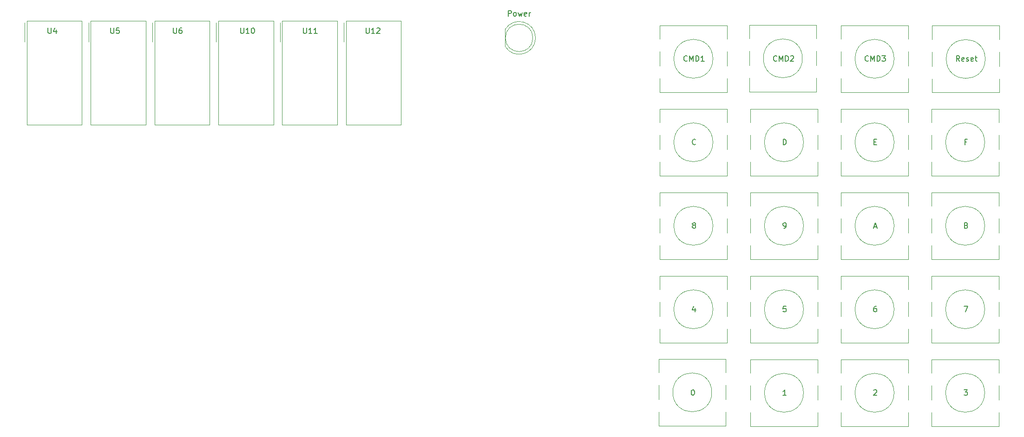
<source format=gto>
G04 #@! TF.GenerationSoftware,KiCad,Pcbnew,8.0.9-8.0.9-0~ubuntu22.04.1*
G04 #@! TF.CreationDate,2025-05-11T08:50:37+10:00*
G04 #@! TF.ProjectId,Generic_Front_Panel,47656e65-7269-4635-9f46-726f6e745f50,rev?*
G04 #@! TF.SameCoordinates,Original*
G04 #@! TF.FileFunction,Legend,Top*
G04 #@! TF.FilePolarity,Positive*
%FSLAX46Y46*%
G04 Gerber Fmt 4.6, Leading zero omitted, Abs format (unit mm)*
G04 Created by KiCad (PCBNEW 8.0.9-8.0.9-0~ubuntu22.04.1) date 2025-05-11 08:50:37*
%MOMM*%
%LPD*%
G01*
G04 APERTURE LIST*
%ADD10C,0.150000*%
%ADD11C,0.120000*%
G04 APERTURE END LIST*
D10*
X177824762Y-86243390D02*
X177729524Y-86195771D01*
X177729524Y-86195771D02*
X177681905Y-86148152D01*
X177681905Y-86148152D02*
X177634286Y-86052914D01*
X177634286Y-86052914D02*
X177634286Y-86005295D01*
X177634286Y-86005295D02*
X177681905Y-85910057D01*
X177681905Y-85910057D02*
X177729524Y-85862438D01*
X177729524Y-85862438D02*
X177824762Y-85814819D01*
X177824762Y-85814819D02*
X178015238Y-85814819D01*
X178015238Y-85814819D02*
X178110476Y-85862438D01*
X178110476Y-85862438D02*
X178158095Y-85910057D01*
X178158095Y-85910057D02*
X178205714Y-86005295D01*
X178205714Y-86005295D02*
X178205714Y-86052914D01*
X178205714Y-86052914D02*
X178158095Y-86148152D01*
X178158095Y-86148152D02*
X178110476Y-86195771D01*
X178110476Y-86195771D02*
X178015238Y-86243390D01*
X178015238Y-86243390D02*
X177824762Y-86243390D01*
X177824762Y-86243390D02*
X177729524Y-86291009D01*
X177729524Y-86291009D02*
X177681905Y-86338628D01*
X177681905Y-86338628D02*
X177634286Y-86433866D01*
X177634286Y-86433866D02*
X177634286Y-86624342D01*
X177634286Y-86624342D02*
X177681905Y-86719580D01*
X177681905Y-86719580D02*
X177729524Y-86767200D01*
X177729524Y-86767200D02*
X177824762Y-86814819D01*
X177824762Y-86814819D02*
X178015238Y-86814819D01*
X178015238Y-86814819D02*
X178110476Y-86767200D01*
X178110476Y-86767200D02*
X178158095Y-86719580D01*
X178158095Y-86719580D02*
X178205714Y-86624342D01*
X178205714Y-86624342D02*
X178205714Y-86433866D01*
X178205714Y-86433866D02*
X178158095Y-86338628D01*
X178158095Y-86338628D02*
X178110476Y-86291009D01*
X178110476Y-86291009D02*
X178015238Y-86243390D01*
X227521428Y-86291009D02*
X227664285Y-86338628D01*
X227664285Y-86338628D02*
X227711904Y-86386247D01*
X227711904Y-86386247D02*
X227759523Y-86481485D01*
X227759523Y-86481485D02*
X227759523Y-86624342D01*
X227759523Y-86624342D02*
X227711904Y-86719580D01*
X227711904Y-86719580D02*
X227664285Y-86767200D01*
X227664285Y-86767200D02*
X227569047Y-86814819D01*
X227569047Y-86814819D02*
X227188095Y-86814819D01*
X227188095Y-86814819D02*
X227188095Y-85814819D01*
X227188095Y-85814819D02*
X227521428Y-85814819D01*
X227521428Y-85814819D02*
X227616666Y-85862438D01*
X227616666Y-85862438D02*
X227664285Y-85910057D01*
X227664285Y-85910057D02*
X227711904Y-86005295D01*
X227711904Y-86005295D02*
X227711904Y-86100533D01*
X227711904Y-86100533D02*
X227664285Y-86195771D01*
X227664285Y-86195771D02*
X227616666Y-86243390D01*
X227616666Y-86243390D02*
X227521428Y-86291009D01*
X227521428Y-86291009D02*
X227188095Y-86291009D01*
X106711905Y-50254819D02*
X106711905Y-51064342D01*
X106711905Y-51064342D02*
X106759524Y-51159580D01*
X106759524Y-51159580D02*
X106807143Y-51207200D01*
X106807143Y-51207200D02*
X106902381Y-51254819D01*
X106902381Y-51254819D02*
X107092857Y-51254819D01*
X107092857Y-51254819D02*
X107188095Y-51207200D01*
X107188095Y-51207200D02*
X107235714Y-51159580D01*
X107235714Y-51159580D02*
X107283333Y-51064342D01*
X107283333Y-51064342D02*
X107283333Y-50254819D01*
X108283333Y-51254819D02*
X107711905Y-51254819D01*
X107997619Y-51254819D02*
X107997619Y-50254819D01*
X107997619Y-50254819D02*
X107902381Y-50397676D01*
X107902381Y-50397676D02*
X107807143Y-50492914D01*
X107807143Y-50492914D02*
X107711905Y-50540533D01*
X109235714Y-51254819D02*
X108664286Y-51254819D01*
X108950000Y-51254819D02*
X108950000Y-50254819D01*
X108950000Y-50254819D02*
X108854762Y-50397676D01*
X108854762Y-50397676D02*
X108759524Y-50492914D01*
X108759524Y-50492914D02*
X108664286Y-50540533D01*
X227116667Y-101054819D02*
X227783333Y-101054819D01*
X227783333Y-101054819D02*
X227354762Y-102054819D01*
X210725714Y-71051009D02*
X211059047Y-71051009D01*
X211201904Y-71574819D02*
X210725714Y-71574819D01*
X210725714Y-71574819D02*
X210725714Y-70574819D01*
X210725714Y-70574819D02*
X211201904Y-70574819D01*
X210701905Y-86529104D02*
X211178095Y-86529104D01*
X210606667Y-86814819D02*
X210940000Y-85814819D01*
X210940000Y-85814819D02*
X211273333Y-86814819D01*
X194668095Y-101054819D02*
X194191905Y-101054819D01*
X194191905Y-101054819D02*
X194144286Y-101531009D01*
X194144286Y-101531009D02*
X194191905Y-101483390D01*
X194191905Y-101483390D02*
X194287143Y-101435771D01*
X194287143Y-101435771D02*
X194525238Y-101435771D01*
X194525238Y-101435771D02*
X194620476Y-101483390D01*
X194620476Y-101483390D02*
X194668095Y-101531009D01*
X194668095Y-101531009D02*
X194715714Y-101626247D01*
X194715714Y-101626247D02*
X194715714Y-101864342D01*
X194715714Y-101864342D02*
X194668095Y-101959580D01*
X194668095Y-101959580D02*
X194620476Y-102007200D01*
X194620476Y-102007200D02*
X194525238Y-102054819D01*
X194525238Y-102054819D02*
X194287143Y-102054819D01*
X194287143Y-102054819D02*
X194191905Y-102007200D01*
X194191905Y-102007200D02*
X194144286Y-101959580D01*
X95281905Y-50254819D02*
X95281905Y-51064342D01*
X95281905Y-51064342D02*
X95329524Y-51159580D01*
X95329524Y-51159580D02*
X95377143Y-51207200D01*
X95377143Y-51207200D02*
X95472381Y-51254819D01*
X95472381Y-51254819D02*
X95662857Y-51254819D01*
X95662857Y-51254819D02*
X95758095Y-51207200D01*
X95758095Y-51207200D02*
X95805714Y-51159580D01*
X95805714Y-51159580D02*
X95853333Y-51064342D01*
X95853333Y-51064342D02*
X95853333Y-50254819D01*
X96853333Y-51254819D02*
X96281905Y-51254819D01*
X96567619Y-51254819D02*
X96567619Y-50254819D01*
X96567619Y-50254819D02*
X96472381Y-50397676D01*
X96472381Y-50397676D02*
X96377143Y-50492914D01*
X96377143Y-50492914D02*
X96281905Y-50540533D01*
X97472381Y-50254819D02*
X97567619Y-50254819D01*
X97567619Y-50254819D02*
X97662857Y-50302438D01*
X97662857Y-50302438D02*
X97710476Y-50350057D01*
X97710476Y-50350057D02*
X97758095Y-50445295D01*
X97758095Y-50445295D02*
X97805714Y-50635771D01*
X97805714Y-50635771D02*
X97805714Y-50873866D01*
X97805714Y-50873866D02*
X97758095Y-51064342D01*
X97758095Y-51064342D02*
X97710476Y-51159580D01*
X97710476Y-51159580D02*
X97662857Y-51207200D01*
X97662857Y-51207200D02*
X97567619Y-51254819D01*
X97567619Y-51254819D02*
X97472381Y-51254819D01*
X97472381Y-51254819D02*
X97377143Y-51207200D01*
X97377143Y-51207200D02*
X97329524Y-51159580D01*
X97329524Y-51159580D02*
X97281905Y-51064342D01*
X97281905Y-51064342D02*
X97234286Y-50873866D01*
X97234286Y-50873866D02*
X97234286Y-50635771D01*
X97234286Y-50635771D02*
X97281905Y-50445295D01*
X97281905Y-50445295D02*
X97329524Y-50350057D01*
X97329524Y-50350057D02*
X97377143Y-50302438D01*
X97377143Y-50302438D02*
X97472381Y-50254819D01*
X211130476Y-101054819D02*
X210940000Y-101054819D01*
X210940000Y-101054819D02*
X210844762Y-101102438D01*
X210844762Y-101102438D02*
X210797143Y-101150057D01*
X210797143Y-101150057D02*
X210701905Y-101292914D01*
X210701905Y-101292914D02*
X210654286Y-101483390D01*
X210654286Y-101483390D02*
X210654286Y-101864342D01*
X210654286Y-101864342D02*
X210701905Y-101959580D01*
X210701905Y-101959580D02*
X210749524Y-102007200D01*
X210749524Y-102007200D02*
X210844762Y-102054819D01*
X210844762Y-102054819D02*
X211035238Y-102054819D01*
X211035238Y-102054819D02*
X211130476Y-102007200D01*
X211130476Y-102007200D02*
X211178095Y-101959580D01*
X211178095Y-101959580D02*
X211225714Y-101864342D01*
X211225714Y-101864342D02*
X211225714Y-101626247D01*
X211225714Y-101626247D02*
X211178095Y-101531009D01*
X211178095Y-101531009D02*
X211130476Y-101483390D01*
X211130476Y-101483390D02*
X211035238Y-101435771D01*
X211035238Y-101435771D02*
X210844762Y-101435771D01*
X210844762Y-101435771D02*
X210749524Y-101483390D01*
X210749524Y-101483390D02*
X210701905Y-101531009D01*
X210701905Y-101531009D02*
X210654286Y-101626247D01*
X144068809Y-48079819D02*
X144068809Y-47079819D01*
X144068809Y-47079819D02*
X144449761Y-47079819D01*
X144449761Y-47079819D02*
X144544999Y-47127438D01*
X144544999Y-47127438D02*
X144592618Y-47175057D01*
X144592618Y-47175057D02*
X144640237Y-47270295D01*
X144640237Y-47270295D02*
X144640237Y-47413152D01*
X144640237Y-47413152D02*
X144592618Y-47508390D01*
X144592618Y-47508390D02*
X144544999Y-47556009D01*
X144544999Y-47556009D02*
X144449761Y-47603628D01*
X144449761Y-47603628D02*
X144068809Y-47603628D01*
X145211666Y-48079819D02*
X145116428Y-48032200D01*
X145116428Y-48032200D02*
X145068809Y-47984580D01*
X145068809Y-47984580D02*
X145021190Y-47889342D01*
X145021190Y-47889342D02*
X145021190Y-47603628D01*
X145021190Y-47603628D02*
X145068809Y-47508390D01*
X145068809Y-47508390D02*
X145116428Y-47460771D01*
X145116428Y-47460771D02*
X145211666Y-47413152D01*
X145211666Y-47413152D02*
X145354523Y-47413152D01*
X145354523Y-47413152D02*
X145449761Y-47460771D01*
X145449761Y-47460771D02*
X145497380Y-47508390D01*
X145497380Y-47508390D02*
X145544999Y-47603628D01*
X145544999Y-47603628D02*
X145544999Y-47889342D01*
X145544999Y-47889342D02*
X145497380Y-47984580D01*
X145497380Y-47984580D02*
X145449761Y-48032200D01*
X145449761Y-48032200D02*
X145354523Y-48079819D01*
X145354523Y-48079819D02*
X145211666Y-48079819D01*
X145878333Y-47413152D02*
X146068809Y-48079819D01*
X146068809Y-48079819D02*
X146259285Y-47603628D01*
X146259285Y-47603628D02*
X146449761Y-48079819D01*
X146449761Y-48079819D02*
X146640237Y-47413152D01*
X147402142Y-48032200D02*
X147306904Y-48079819D01*
X147306904Y-48079819D02*
X147116428Y-48079819D01*
X147116428Y-48079819D02*
X147021190Y-48032200D01*
X147021190Y-48032200D02*
X146973571Y-47936961D01*
X146973571Y-47936961D02*
X146973571Y-47556009D01*
X146973571Y-47556009D02*
X147021190Y-47460771D01*
X147021190Y-47460771D02*
X147116428Y-47413152D01*
X147116428Y-47413152D02*
X147306904Y-47413152D01*
X147306904Y-47413152D02*
X147402142Y-47460771D01*
X147402142Y-47460771D02*
X147449761Y-47556009D01*
X147449761Y-47556009D02*
X147449761Y-47651247D01*
X147449761Y-47651247D02*
X146973571Y-47746485D01*
X147878333Y-48079819D02*
X147878333Y-47413152D01*
X147878333Y-47603628D02*
X147925952Y-47508390D01*
X147925952Y-47508390D02*
X147973571Y-47460771D01*
X147973571Y-47460771D02*
X148068809Y-47413152D01*
X148068809Y-47413152D02*
X148164047Y-47413152D01*
X192991904Y-56239580D02*
X192944285Y-56287200D01*
X192944285Y-56287200D02*
X192801428Y-56334819D01*
X192801428Y-56334819D02*
X192706190Y-56334819D01*
X192706190Y-56334819D02*
X192563333Y-56287200D01*
X192563333Y-56287200D02*
X192468095Y-56191961D01*
X192468095Y-56191961D02*
X192420476Y-56096723D01*
X192420476Y-56096723D02*
X192372857Y-55906247D01*
X192372857Y-55906247D02*
X192372857Y-55763390D01*
X192372857Y-55763390D02*
X192420476Y-55572914D01*
X192420476Y-55572914D02*
X192468095Y-55477676D01*
X192468095Y-55477676D02*
X192563333Y-55382438D01*
X192563333Y-55382438D02*
X192706190Y-55334819D01*
X192706190Y-55334819D02*
X192801428Y-55334819D01*
X192801428Y-55334819D02*
X192944285Y-55382438D01*
X192944285Y-55382438D02*
X192991904Y-55430057D01*
X193420476Y-56334819D02*
X193420476Y-55334819D01*
X193420476Y-55334819D02*
X193753809Y-56049104D01*
X193753809Y-56049104D02*
X194087142Y-55334819D01*
X194087142Y-55334819D02*
X194087142Y-56334819D01*
X194563333Y-56334819D02*
X194563333Y-55334819D01*
X194563333Y-55334819D02*
X194801428Y-55334819D01*
X194801428Y-55334819D02*
X194944285Y-55382438D01*
X194944285Y-55382438D02*
X195039523Y-55477676D01*
X195039523Y-55477676D02*
X195087142Y-55572914D01*
X195087142Y-55572914D02*
X195134761Y-55763390D01*
X195134761Y-55763390D02*
X195134761Y-55906247D01*
X195134761Y-55906247D02*
X195087142Y-56096723D01*
X195087142Y-56096723D02*
X195039523Y-56191961D01*
X195039523Y-56191961D02*
X194944285Y-56287200D01*
X194944285Y-56287200D02*
X194801428Y-56334819D01*
X194801428Y-56334819D02*
X194563333Y-56334819D01*
X195515714Y-55430057D02*
X195563333Y-55382438D01*
X195563333Y-55382438D02*
X195658571Y-55334819D01*
X195658571Y-55334819D02*
X195896666Y-55334819D01*
X195896666Y-55334819D02*
X195991904Y-55382438D01*
X195991904Y-55382438D02*
X196039523Y-55430057D01*
X196039523Y-55430057D02*
X196087142Y-55525295D01*
X196087142Y-55525295D02*
X196087142Y-55620533D01*
X196087142Y-55620533D02*
X196039523Y-55763390D01*
X196039523Y-55763390D02*
X195468095Y-56334819D01*
X195468095Y-56334819D02*
X196087142Y-56334819D01*
X227116667Y-116294819D02*
X227735714Y-116294819D01*
X227735714Y-116294819D02*
X227402381Y-116675771D01*
X227402381Y-116675771D02*
X227545238Y-116675771D01*
X227545238Y-116675771D02*
X227640476Y-116723390D01*
X227640476Y-116723390D02*
X227688095Y-116771009D01*
X227688095Y-116771009D02*
X227735714Y-116866247D01*
X227735714Y-116866247D02*
X227735714Y-117104342D01*
X227735714Y-117104342D02*
X227688095Y-117199580D01*
X227688095Y-117199580D02*
X227640476Y-117247200D01*
X227640476Y-117247200D02*
X227545238Y-117294819D01*
X227545238Y-117294819D02*
X227259524Y-117294819D01*
X227259524Y-117294819D02*
X227164286Y-117247200D01*
X227164286Y-117247200D02*
X227116667Y-117199580D01*
X177652381Y-116294819D02*
X177747619Y-116294819D01*
X177747619Y-116294819D02*
X177842857Y-116342438D01*
X177842857Y-116342438D02*
X177890476Y-116390057D01*
X177890476Y-116390057D02*
X177938095Y-116485295D01*
X177938095Y-116485295D02*
X177985714Y-116675771D01*
X177985714Y-116675771D02*
X177985714Y-116913866D01*
X177985714Y-116913866D02*
X177938095Y-117104342D01*
X177938095Y-117104342D02*
X177890476Y-117199580D01*
X177890476Y-117199580D02*
X177842857Y-117247200D01*
X177842857Y-117247200D02*
X177747619Y-117294819D01*
X177747619Y-117294819D02*
X177652381Y-117294819D01*
X177652381Y-117294819D02*
X177557143Y-117247200D01*
X177557143Y-117247200D02*
X177509524Y-117199580D01*
X177509524Y-117199580D02*
X177461905Y-117104342D01*
X177461905Y-117104342D02*
X177414286Y-116913866D01*
X177414286Y-116913866D02*
X177414286Y-116675771D01*
X177414286Y-116675771D02*
X177461905Y-116485295D01*
X177461905Y-116485295D02*
X177509524Y-116390057D01*
X177509524Y-116390057D02*
X177557143Y-116342438D01*
X177557143Y-116342438D02*
X177652381Y-116294819D01*
X226311904Y-56334819D02*
X225978571Y-55858628D01*
X225740476Y-56334819D02*
X225740476Y-55334819D01*
X225740476Y-55334819D02*
X226121428Y-55334819D01*
X226121428Y-55334819D02*
X226216666Y-55382438D01*
X226216666Y-55382438D02*
X226264285Y-55430057D01*
X226264285Y-55430057D02*
X226311904Y-55525295D01*
X226311904Y-55525295D02*
X226311904Y-55668152D01*
X226311904Y-55668152D02*
X226264285Y-55763390D01*
X226264285Y-55763390D02*
X226216666Y-55811009D01*
X226216666Y-55811009D02*
X226121428Y-55858628D01*
X226121428Y-55858628D02*
X225740476Y-55858628D01*
X227121428Y-56287200D02*
X227026190Y-56334819D01*
X227026190Y-56334819D02*
X226835714Y-56334819D01*
X226835714Y-56334819D02*
X226740476Y-56287200D01*
X226740476Y-56287200D02*
X226692857Y-56191961D01*
X226692857Y-56191961D02*
X226692857Y-55811009D01*
X226692857Y-55811009D02*
X226740476Y-55715771D01*
X226740476Y-55715771D02*
X226835714Y-55668152D01*
X226835714Y-55668152D02*
X227026190Y-55668152D01*
X227026190Y-55668152D02*
X227121428Y-55715771D01*
X227121428Y-55715771D02*
X227169047Y-55811009D01*
X227169047Y-55811009D02*
X227169047Y-55906247D01*
X227169047Y-55906247D02*
X226692857Y-56001485D01*
X227550000Y-56287200D02*
X227645238Y-56334819D01*
X227645238Y-56334819D02*
X227835714Y-56334819D01*
X227835714Y-56334819D02*
X227930952Y-56287200D01*
X227930952Y-56287200D02*
X227978571Y-56191961D01*
X227978571Y-56191961D02*
X227978571Y-56144342D01*
X227978571Y-56144342D02*
X227930952Y-56049104D01*
X227930952Y-56049104D02*
X227835714Y-56001485D01*
X227835714Y-56001485D02*
X227692857Y-56001485D01*
X227692857Y-56001485D02*
X227597619Y-55953866D01*
X227597619Y-55953866D02*
X227550000Y-55858628D01*
X227550000Y-55858628D02*
X227550000Y-55811009D01*
X227550000Y-55811009D02*
X227597619Y-55715771D01*
X227597619Y-55715771D02*
X227692857Y-55668152D01*
X227692857Y-55668152D02*
X227835714Y-55668152D01*
X227835714Y-55668152D02*
X227930952Y-55715771D01*
X228788095Y-56287200D02*
X228692857Y-56334819D01*
X228692857Y-56334819D02*
X228502381Y-56334819D01*
X228502381Y-56334819D02*
X228407143Y-56287200D01*
X228407143Y-56287200D02*
X228359524Y-56191961D01*
X228359524Y-56191961D02*
X228359524Y-55811009D01*
X228359524Y-55811009D02*
X228407143Y-55715771D01*
X228407143Y-55715771D02*
X228502381Y-55668152D01*
X228502381Y-55668152D02*
X228692857Y-55668152D01*
X228692857Y-55668152D02*
X228788095Y-55715771D01*
X228788095Y-55715771D02*
X228835714Y-55811009D01*
X228835714Y-55811009D02*
X228835714Y-55906247D01*
X228835714Y-55906247D02*
X228359524Y-56001485D01*
X229121429Y-55668152D02*
X229502381Y-55668152D01*
X229264286Y-55334819D02*
X229264286Y-56191961D01*
X229264286Y-56191961D02*
X229311905Y-56287200D01*
X229311905Y-56287200D02*
X229407143Y-56334819D01*
X229407143Y-56334819D02*
X229502381Y-56334819D01*
X71628095Y-50254819D02*
X71628095Y-51064342D01*
X71628095Y-51064342D02*
X71675714Y-51159580D01*
X71675714Y-51159580D02*
X71723333Y-51207200D01*
X71723333Y-51207200D02*
X71818571Y-51254819D01*
X71818571Y-51254819D02*
X72009047Y-51254819D01*
X72009047Y-51254819D02*
X72104285Y-51207200D01*
X72104285Y-51207200D02*
X72151904Y-51159580D01*
X72151904Y-51159580D02*
X72199523Y-51064342D01*
X72199523Y-51064342D02*
X72199523Y-50254819D01*
X73151904Y-50254819D02*
X72675714Y-50254819D01*
X72675714Y-50254819D02*
X72628095Y-50731009D01*
X72628095Y-50731009D02*
X72675714Y-50683390D01*
X72675714Y-50683390D02*
X72770952Y-50635771D01*
X72770952Y-50635771D02*
X73009047Y-50635771D01*
X73009047Y-50635771D02*
X73104285Y-50683390D01*
X73104285Y-50683390D02*
X73151904Y-50731009D01*
X73151904Y-50731009D02*
X73199523Y-50826247D01*
X73199523Y-50826247D02*
X73199523Y-51064342D01*
X73199523Y-51064342D02*
X73151904Y-51159580D01*
X73151904Y-51159580D02*
X73104285Y-51207200D01*
X73104285Y-51207200D02*
X73009047Y-51254819D01*
X73009047Y-51254819D02*
X72770952Y-51254819D01*
X72770952Y-51254819D02*
X72675714Y-51207200D01*
X72675714Y-51207200D02*
X72628095Y-51159580D01*
X194715714Y-117294819D02*
X194144286Y-117294819D01*
X194430000Y-117294819D02*
X194430000Y-116294819D01*
X194430000Y-116294819D02*
X194334762Y-116437676D01*
X194334762Y-116437676D02*
X194239524Y-116532914D01*
X194239524Y-116532914D02*
X194144286Y-116580533D01*
X176681904Y-56239580D02*
X176634285Y-56287200D01*
X176634285Y-56287200D02*
X176491428Y-56334819D01*
X176491428Y-56334819D02*
X176396190Y-56334819D01*
X176396190Y-56334819D02*
X176253333Y-56287200D01*
X176253333Y-56287200D02*
X176158095Y-56191961D01*
X176158095Y-56191961D02*
X176110476Y-56096723D01*
X176110476Y-56096723D02*
X176062857Y-55906247D01*
X176062857Y-55906247D02*
X176062857Y-55763390D01*
X176062857Y-55763390D02*
X176110476Y-55572914D01*
X176110476Y-55572914D02*
X176158095Y-55477676D01*
X176158095Y-55477676D02*
X176253333Y-55382438D01*
X176253333Y-55382438D02*
X176396190Y-55334819D01*
X176396190Y-55334819D02*
X176491428Y-55334819D01*
X176491428Y-55334819D02*
X176634285Y-55382438D01*
X176634285Y-55382438D02*
X176681904Y-55430057D01*
X177110476Y-56334819D02*
X177110476Y-55334819D01*
X177110476Y-55334819D02*
X177443809Y-56049104D01*
X177443809Y-56049104D02*
X177777142Y-55334819D01*
X177777142Y-55334819D02*
X177777142Y-56334819D01*
X178253333Y-56334819D02*
X178253333Y-55334819D01*
X178253333Y-55334819D02*
X178491428Y-55334819D01*
X178491428Y-55334819D02*
X178634285Y-55382438D01*
X178634285Y-55382438D02*
X178729523Y-55477676D01*
X178729523Y-55477676D02*
X178777142Y-55572914D01*
X178777142Y-55572914D02*
X178824761Y-55763390D01*
X178824761Y-55763390D02*
X178824761Y-55906247D01*
X178824761Y-55906247D02*
X178777142Y-56096723D01*
X178777142Y-56096723D02*
X178729523Y-56191961D01*
X178729523Y-56191961D02*
X178634285Y-56287200D01*
X178634285Y-56287200D02*
X178491428Y-56334819D01*
X178491428Y-56334819D02*
X178253333Y-56334819D01*
X179777142Y-56334819D02*
X179205714Y-56334819D01*
X179491428Y-56334819D02*
X179491428Y-55334819D01*
X179491428Y-55334819D02*
X179396190Y-55477676D01*
X179396190Y-55477676D02*
X179300952Y-55572914D01*
X179300952Y-55572914D02*
X179205714Y-55620533D01*
X194168095Y-71574819D02*
X194168095Y-70574819D01*
X194168095Y-70574819D02*
X194406190Y-70574819D01*
X194406190Y-70574819D02*
X194549047Y-70622438D01*
X194549047Y-70622438D02*
X194644285Y-70717676D01*
X194644285Y-70717676D02*
X194691904Y-70812914D01*
X194691904Y-70812914D02*
X194739523Y-71003390D01*
X194739523Y-71003390D02*
X194739523Y-71146247D01*
X194739523Y-71146247D02*
X194691904Y-71336723D01*
X194691904Y-71336723D02*
X194644285Y-71431961D01*
X194644285Y-71431961D02*
X194549047Y-71527200D01*
X194549047Y-71527200D02*
X194406190Y-71574819D01*
X194406190Y-71574819D02*
X194168095Y-71574819D01*
X194239524Y-86814819D02*
X194430000Y-86814819D01*
X194430000Y-86814819D02*
X194525238Y-86767200D01*
X194525238Y-86767200D02*
X194572857Y-86719580D01*
X194572857Y-86719580D02*
X194668095Y-86576723D01*
X194668095Y-86576723D02*
X194715714Y-86386247D01*
X194715714Y-86386247D02*
X194715714Y-86005295D01*
X194715714Y-86005295D02*
X194668095Y-85910057D01*
X194668095Y-85910057D02*
X194620476Y-85862438D01*
X194620476Y-85862438D02*
X194525238Y-85814819D01*
X194525238Y-85814819D02*
X194334762Y-85814819D01*
X194334762Y-85814819D02*
X194239524Y-85862438D01*
X194239524Y-85862438D02*
X194191905Y-85910057D01*
X194191905Y-85910057D02*
X194144286Y-86005295D01*
X194144286Y-86005295D02*
X194144286Y-86243390D01*
X194144286Y-86243390D02*
X194191905Y-86338628D01*
X194191905Y-86338628D02*
X194239524Y-86386247D01*
X194239524Y-86386247D02*
X194334762Y-86433866D01*
X194334762Y-86433866D02*
X194525238Y-86433866D01*
X194525238Y-86433866D02*
X194620476Y-86386247D01*
X194620476Y-86386247D02*
X194668095Y-86338628D01*
X194668095Y-86338628D02*
X194715714Y-86243390D01*
X118141905Y-50254819D02*
X118141905Y-51064342D01*
X118141905Y-51064342D02*
X118189524Y-51159580D01*
X118189524Y-51159580D02*
X118237143Y-51207200D01*
X118237143Y-51207200D02*
X118332381Y-51254819D01*
X118332381Y-51254819D02*
X118522857Y-51254819D01*
X118522857Y-51254819D02*
X118618095Y-51207200D01*
X118618095Y-51207200D02*
X118665714Y-51159580D01*
X118665714Y-51159580D02*
X118713333Y-51064342D01*
X118713333Y-51064342D02*
X118713333Y-50254819D01*
X119713333Y-51254819D02*
X119141905Y-51254819D01*
X119427619Y-51254819D02*
X119427619Y-50254819D01*
X119427619Y-50254819D02*
X119332381Y-50397676D01*
X119332381Y-50397676D02*
X119237143Y-50492914D01*
X119237143Y-50492914D02*
X119141905Y-50540533D01*
X120094286Y-50350057D02*
X120141905Y-50302438D01*
X120141905Y-50302438D02*
X120237143Y-50254819D01*
X120237143Y-50254819D02*
X120475238Y-50254819D01*
X120475238Y-50254819D02*
X120570476Y-50302438D01*
X120570476Y-50302438D02*
X120618095Y-50350057D01*
X120618095Y-50350057D02*
X120665714Y-50445295D01*
X120665714Y-50445295D02*
X120665714Y-50540533D01*
X120665714Y-50540533D02*
X120618095Y-50683390D01*
X120618095Y-50683390D02*
X120046667Y-51254819D01*
X120046667Y-51254819D02*
X120665714Y-51254819D01*
X178229523Y-71479580D02*
X178181904Y-71527200D01*
X178181904Y-71527200D02*
X178039047Y-71574819D01*
X178039047Y-71574819D02*
X177943809Y-71574819D01*
X177943809Y-71574819D02*
X177800952Y-71527200D01*
X177800952Y-71527200D02*
X177705714Y-71431961D01*
X177705714Y-71431961D02*
X177658095Y-71336723D01*
X177658095Y-71336723D02*
X177610476Y-71146247D01*
X177610476Y-71146247D02*
X177610476Y-71003390D01*
X177610476Y-71003390D02*
X177658095Y-70812914D01*
X177658095Y-70812914D02*
X177705714Y-70717676D01*
X177705714Y-70717676D02*
X177800952Y-70622438D01*
X177800952Y-70622438D02*
X177943809Y-70574819D01*
X177943809Y-70574819D02*
X178039047Y-70574819D01*
X178039047Y-70574819D02*
X178181904Y-70622438D01*
X178181904Y-70622438D02*
X178229523Y-70670057D01*
X209701904Y-56239580D02*
X209654285Y-56287200D01*
X209654285Y-56287200D02*
X209511428Y-56334819D01*
X209511428Y-56334819D02*
X209416190Y-56334819D01*
X209416190Y-56334819D02*
X209273333Y-56287200D01*
X209273333Y-56287200D02*
X209178095Y-56191961D01*
X209178095Y-56191961D02*
X209130476Y-56096723D01*
X209130476Y-56096723D02*
X209082857Y-55906247D01*
X209082857Y-55906247D02*
X209082857Y-55763390D01*
X209082857Y-55763390D02*
X209130476Y-55572914D01*
X209130476Y-55572914D02*
X209178095Y-55477676D01*
X209178095Y-55477676D02*
X209273333Y-55382438D01*
X209273333Y-55382438D02*
X209416190Y-55334819D01*
X209416190Y-55334819D02*
X209511428Y-55334819D01*
X209511428Y-55334819D02*
X209654285Y-55382438D01*
X209654285Y-55382438D02*
X209701904Y-55430057D01*
X210130476Y-56334819D02*
X210130476Y-55334819D01*
X210130476Y-55334819D02*
X210463809Y-56049104D01*
X210463809Y-56049104D02*
X210797142Y-55334819D01*
X210797142Y-55334819D02*
X210797142Y-56334819D01*
X211273333Y-56334819D02*
X211273333Y-55334819D01*
X211273333Y-55334819D02*
X211511428Y-55334819D01*
X211511428Y-55334819D02*
X211654285Y-55382438D01*
X211654285Y-55382438D02*
X211749523Y-55477676D01*
X211749523Y-55477676D02*
X211797142Y-55572914D01*
X211797142Y-55572914D02*
X211844761Y-55763390D01*
X211844761Y-55763390D02*
X211844761Y-55906247D01*
X211844761Y-55906247D02*
X211797142Y-56096723D01*
X211797142Y-56096723D02*
X211749523Y-56191961D01*
X211749523Y-56191961D02*
X211654285Y-56287200D01*
X211654285Y-56287200D02*
X211511428Y-56334819D01*
X211511428Y-56334819D02*
X211273333Y-56334819D01*
X212178095Y-55334819D02*
X212797142Y-55334819D01*
X212797142Y-55334819D02*
X212463809Y-55715771D01*
X212463809Y-55715771D02*
X212606666Y-55715771D01*
X212606666Y-55715771D02*
X212701904Y-55763390D01*
X212701904Y-55763390D02*
X212749523Y-55811009D01*
X212749523Y-55811009D02*
X212797142Y-55906247D01*
X212797142Y-55906247D02*
X212797142Y-56144342D01*
X212797142Y-56144342D02*
X212749523Y-56239580D01*
X212749523Y-56239580D02*
X212701904Y-56287200D01*
X212701904Y-56287200D02*
X212606666Y-56334819D01*
X212606666Y-56334819D02*
X212320952Y-56334819D01*
X212320952Y-56334819D02*
X212225714Y-56287200D01*
X212225714Y-56287200D02*
X212178095Y-56239580D01*
X60198095Y-50254819D02*
X60198095Y-51064342D01*
X60198095Y-51064342D02*
X60245714Y-51159580D01*
X60245714Y-51159580D02*
X60293333Y-51207200D01*
X60293333Y-51207200D02*
X60388571Y-51254819D01*
X60388571Y-51254819D02*
X60579047Y-51254819D01*
X60579047Y-51254819D02*
X60674285Y-51207200D01*
X60674285Y-51207200D02*
X60721904Y-51159580D01*
X60721904Y-51159580D02*
X60769523Y-51064342D01*
X60769523Y-51064342D02*
X60769523Y-50254819D01*
X61674285Y-50588152D02*
X61674285Y-51254819D01*
X61436190Y-50207200D02*
X61198095Y-50921485D01*
X61198095Y-50921485D02*
X61817142Y-50921485D01*
X178110476Y-101388152D02*
X178110476Y-102054819D01*
X177872381Y-101007200D02*
X177634286Y-101721485D01*
X177634286Y-101721485D02*
X178253333Y-101721485D01*
X227592857Y-71051009D02*
X227259524Y-71051009D01*
X227259524Y-71574819D02*
X227259524Y-70574819D01*
X227259524Y-70574819D02*
X227735714Y-70574819D01*
X83058095Y-50254819D02*
X83058095Y-51064342D01*
X83058095Y-51064342D02*
X83105714Y-51159580D01*
X83105714Y-51159580D02*
X83153333Y-51207200D01*
X83153333Y-51207200D02*
X83248571Y-51254819D01*
X83248571Y-51254819D02*
X83439047Y-51254819D01*
X83439047Y-51254819D02*
X83534285Y-51207200D01*
X83534285Y-51207200D02*
X83581904Y-51159580D01*
X83581904Y-51159580D02*
X83629523Y-51064342D01*
X83629523Y-51064342D02*
X83629523Y-50254819D01*
X84534285Y-50254819D02*
X84343809Y-50254819D01*
X84343809Y-50254819D02*
X84248571Y-50302438D01*
X84248571Y-50302438D02*
X84200952Y-50350057D01*
X84200952Y-50350057D02*
X84105714Y-50492914D01*
X84105714Y-50492914D02*
X84058095Y-50683390D01*
X84058095Y-50683390D02*
X84058095Y-51064342D01*
X84058095Y-51064342D02*
X84105714Y-51159580D01*
X84105714Y-51159580D02*
X84153333Y-51207200D01*
X84153333Y-51207200D02*
X84248571Y-51254819D01*
X84248571Y-51254819D02*
X84439047Y-51254819D01*
X84439047Y-51254819D02*
X84534285Y-51207200D01*
X84534285Y-51207200D02*
X84581904Y-51159580D01*
X84581904Y-51159580D02*
X84629523Y-51064342D01*
X84629523Y-51064342D02*
X84629523Y-50826247D01*
X84629523Y-50826247D02*
X84581904Y-50731009D01*
X84581904Y-50731009D02*
X84534285Y-50683390D01*
X84534285Y-50683390D02*
X84439047Y-50635771D01*
X84439047Y-50635771D02*
X84248571Y-50635771D01*
X84248571Y-50635771D02*
X84153333Y-50683390D01*
X84153333Y-50683390D02*
X84105714Y-50731009D01*
X84105714Y-50731009D02*
X84058095Y-50826247D01*
X210654286Y-116390057D02*
X210701905Y-116342438D01*
X210701905Y-116342438D02*
X210797143Y-116294819D01*
X210797143Y-116294819D02*
X211035238Y-116294819D01*
X211035238Y-116294819D02*
X211130476Y-116342438D01*
X211130476Y-116342438D02*
X211178095Y-116390057D01*
X211178095Y-116390057D02*
X211225714Y-116485295D01*
X211225714Y-116485295D02*
X211225714Y-116580533D01*
X211225714Y-116580533D02*
X211178095Y-116723390D01*
X211178095Y-116723390D02*
X210606667Y-117294819D01*
X210606667Y-117294819D02*
X211225714Y-117294819D01*
D11*
G04 #@! TO.C,SW4*
X171690000Y-80250000D02*
X171690000Y-82760000D01*
X171690000Y-80250000D02*
X183910000Y-80250000D01*
X171690000Y-85060000D02*
X171690000Y-87660000D01*
X171690000Y-89960000D02*
X171690000Y-92470000D01*
X183910000Y-80250000D02*
X183910000Y-82760000D01*
X183910000Y-85060000D02*
X183910000Y-87660000D01*
X183910000Y-89960000D02*
X183910000Y-92470000D01*
X183910000Y-92470000D02*
X171690000Y-92470000D01*
X181350000Y-86360000D02*
G75*
G02*
X174250000Y-86360000I-3550000J0D01*
G01*
X174250000Y-86360000D02*
G75*
G02*
X181350000Y-86360000I3550000J0D01*
G01*
G04 #@! TO.C,SW19*
X221220000Y-80250000D02*
X221220000Y-82760000D01*
X221220000Y-80250000D02*
X233440000Y-80250000D01*
X221220000Y-85060000D02*
X221220000Y-87660000D01*
X221220000Y-89960000D02*
X221220000Y-92470000D01*
X233440000Y-80250000D02*
X233440000Y-82760000D01*
X233440000Y-85060000D02*
X233440000Y-87660000D01*
X233440000Y-89960000D02*
X233440000Y-92470000D01*
X233440000Y-92470000D02*
X221220000Y-92470000D01*
X230880000Y-86360000D02*
G75*
G02*
X223780000Y-86360000I-3550000J0D01*
G01*
X223780000Y-86360000D02*
G75*
G02*
X230880000Y-86360000I3550000J0D01*
G01*
G04 #@! TO.C,U11*
X102487500Y-49300000D02*
X102487500Y-52800000D01*
X102867500Y-48925000D02*
X112907500Y-48925000D01*
X102867500Y-67915000D02*
X102867500Y-48925000D01*
X112907500Y-48925000D02*
X112907500Y-67915000D01*
X112907500Y-67915000D02*
X102867500Y-67915000D01*
G04 #@! TO.C,SW18*
X221220000Y-95490000D02*
X221220000Y-98000000D01*
X221220000Y-95490000D02*
X233440000Y-95490000D01*
X221220000Y-100300000D02*
X221220000Y-102900000D01*
X221220000Y-105200000D02*
X221220000Y-107710000D01*
X233440000Y-95490000D02*
X233440000Y-98000000D01*
X233440000Y-100300000D02*
X233440000Y-102900000D01*
X233440000Y-105200000D02*
X233440000Y-107710000D01*
X233440000Y-107710000D02*
X221220000Y-107710000D01*
X230880000Y-101600000D02*
G75*
G02*
X223780000Y-101600000I-3550000J0D01*
G01*
X223780000Y-101600000D02*
G75*
G02*
X230880000Y-101600000I3550000J0D01*
G01*
G04 #@! TO.C,SW15*
X204710000Y-65010000D02*
X204710000Y-67520000D01*
X204710000Y-65010000D02*
X216930000Y-65010000D01*
X204710000Y-69820000D02*
X204710000Y-72420000D01*
X204710000Y-74720000D02*
X204710000Y-77230000D01*
X216930000Y-65010000D02*
X216930000Y-67520000D01*
X216930000Y-69820000D02*
X216930000Y-72420000D01*
X216930000Y-74720000D02*
X216930000Y-77230000D01*
X216930000Y-77230000D02*
X204710000Y-77230000D01*
X214370000Y-71120000D02*
G75*
G02*
X207270000Y-71120000I-3550000J0D01*
G01*
X207270000Y-71120000D02*
G75*
G02*
X214370000Y-71120000I3550000J0D01*
G01*
G04 #@! TO.C,SW14*
X204710000Y-80250000D02*
X204710000Y-82760000D01*
X204710000Y-80250000D02*
X216930000Y-80250000D01*
X204710000Y-85060000D02*
X204710000Y-87660000D01*
X204710000Y-89960000D02*
X204710000Y-92470000D01*
X216930000Y-80250000D02*
X216930000Y-82760000D01*
X216930000Y-85060000D02*
X216930000Y-87660000D01*
X216930000Y-89960000D02*
X216930000Y-92470000D01*
X216930000Y-92470000D02*
X204710000Y-92470000D01*
X214370000Y-86360000D02*
G75*
G02*
X207270000Y-86360000I-3550000J0D01*
G01*
X207270000Y-86360000D02*
G75*
G02*
X214370000Y-86360000I3550000J0D01*
G01*
G04 #@! TO.C,SW8*
X188200000Y-95490000D02*
X188200000Y-98000000D01*
X188200000Y-95490000D02*
X200420000Y-95490000D01*
X188200000Y-100300000D02*
X188200000Y-102900000D01*
X188200000Y-105200000D02*
X188200000Y-107710000D01*
X200420000Y-95490000D02*
X200420000Y-98000000D01*
X200420000Y-100300000D02*
X200420000Y-102900000D01*
X200420000Y-105200000D02*
X200420000Y-107710000D01*
X200420000Y-107710000D02*
X188200000Y-107710000D01*
X197860000Y-101600000D02*
G75*
G02*
X190760000Y-101600000I-3550000J0D01*
G01*
X190760000Y-101600000D02*
G75*
G02*
X197860000Y-101600000I3550000J0D01*
G01*
G04 #@! TO.C,U10*
X90852500Y-49300000D02*
X90852500Y-52800000D01*
X91232500Y-48925000D02*
X101272500Y-48925000D01*
X91232500Y-67915000D02*
X91232500Y-48925000D01*
X101272500Y-48925000D02*
X101272500Y-67915000D01*
X101272500Y-67915000D02*
X91232500Y-67915000D01*
G04 #@! TO.C,SW13*
X204710000Y-95490000D02*
X204710000Y-98000000D01*
X204710000Y-95490000D02*
X216930000Y-95490000D01*
X204710000Y-100300000D02*
X204710000Y-102900000D01*
X204710000Y-105200000D02*
X204710000Y-107710000D01*
X216930000Y-95490000D02*
X216930000Y-98000000D01*
X216930000Y-100300000D02*
X216930000Y-102900000D01*
X216930000Y-105200000D02*
X216930000Y-107710000D01*
X216930000Y-107710000D02*
X204710000Y-107710000D01*
X214370000Y-101600000D02*
G75*
G02*
X207270000Y-101600000I-3550000J0D01*
G01*
X207270000Y-101600000D02*
G75*
G02*
X214370000Y-101600000I3550000J0D01*
G01*
G04 #@! TO.C,D1*
X143485000Y-50525000D02*
X143485000Y-53615000D01*
X143485000Y-50525170D02*
G75*
G02*
X149035000Y-52069952I2560000J-1544830D01*
G01*
X149035000Y-52070048D02*
G75*
G02*
X143485000Y-53614830I-2990000J48D01*
G01*
X148545000Y-52070000D02*
G75*
G02*
X143545000Y-52070000I-2500000J0D01*
G01*
X143545000Y-52070000D02*
G75*
G02*
X148545000Y-52070000I2500000J0D01*
G01*
G04 #@! TO.C,SW11*
X188000000Y-49690000D02*
X188000000Y-52200000D01*
X188000000Y-49690000D02*
X200220000Y-49690000D01*
X188000000Y-54500000D02*
X188000000Y-57100000D01*
X188000000Y-59400000D02*
X188000000Y-61910000D01*
X200220000Y-49690000D02*
X200220000Y-52200000D01*
X200220000Y-54500000D02*
X200220000Y-57100000D01*
X200220000Y-59400000D02*
X200220000Y-61910000D01*
X200220000Y-61910000D02*
X188000000Y-61910000D01*
X197660000Y-55800000D02*
G75*
G02*
X190560000Y-55800000I-3550000J0D01*
G01*
X190560000Y-55800000D02*
G75*
G02*
X197660000Y-55800000I3550000J0D01*
G01*
G04 #@! TO.C,SW17*
X221220000Y-110730000D02*
X221220000Y-113240000D01*
X221220000Y-110730000D02*
X233440000Y-110730000D01*
X221220000Y-115540000D02*
X221220000Y-118140000D01*
X221220000Y-120440000D02*
X221220000Y-122950000D01*
X233440000Y-110730000D02*
X233440000Y-113240000D01*
X233440000Y-115540000D02*
X233440000Y-118140000D01*
X233440000Y-120440000D02*
X233440000Y-122950000D01*
X233440000Y-122950000D02*
X221220000Y-122950000D01*
X230880000Y-116840000D02*
G75*
G02*
X223780000Y-116840000I-3550000J0D01*
G01*
X223780000Y-116840000D02*
G75*
G02*
X230880000Y-116840000I3550000J0D01*
G01*
G04 #@! TO.C,SW2*
X171490000Y-110650000D02*
X171490000Y-113160000D01*
X171490000Y-110650000D02*
X183710000Y-110650000D01*
X171490000Y-115460000D02*
X171490000Y-118060000D01*
X171490000Y-120360000D02*
X171490000Y-122870000D01*
X183710000Y-110650000D02*
X183710000Y-113160000D01*
X183710000Y-115460000D02*
X183710000Y-118060000D01*
X183710000Y-120360000D02*
X183710000Y-122870000D01*
X183710000Y-122870000D02*
X171490000Y-122870000D01*
X181150000Y-116760000D02*
G75*
G02*
X174050000Y-116760000I-3550000J0D01*
G01*
X174050000Y-116760000D02*
G75*
G02*
X181150000Y-116760000I3550000J0D01*
G01*
G04 #@! TO.C,SW1*
X221320000Y-49810000D02*
X221320000Y-52320000D01*
X221320000Y-49810000D02*
X233540000Y-49810000D01*
X221320000Y-54620000D02*
X221320000Y-57220000D01*
X221320000Y-59520000D02*
X221320000Y-62030000D01*
X233540000Y-49810000D02*
X233540000Y-52320000D01*
X233540000Y-54620000D02*
X233540000Y-57220000D01*
X233540000Y-59520000D02*
X233540000Y-62030000D01*
X233540000Y-62030000D02*
X221320000Y-62030000D01*
X230980000Y-55920000D02*
G75*
G02*
X223880000Y-55920000I-3550000J0D01*
G01*
X223880000Y-55920000D02*
G75*
G02*
X230980000Y-55920000I3550000J0D01*
G01*
G04 #@! TO.C,U5*
X67582500Y-49300000D02*
X67582500Y-52800000D01*
X67962500Y-48925000D02*
X78002500Y-48925000D01*
X67962500Y-67915000D02*
X67962500Y-48925000D01*
X78002500Y-48925000D02*
X78002500Y-67915000D01*
X78002500Y-67915000D02*
X67962500Y-67915000D01*
G04 #@! TO.C,SW7*
X188200000Y-110730000D02*
X188200000Y-113240000D01*
X188200000Y-110730000D02*
X200420000Y-110730000D01*
X188200000Y-115540000D02*
X188200000Y-118140000D01*
X188200000Y-120440000D02*
X188200000Y-122950000D01*
X200420000Y-110730000D02*
X200420000Y-113240000D01*
X200420000Y-115540000D02*
X200420000Y-118140000D01*
X200420000Y-120440000D02*
X200420000Y-122950000D01*
X200420000Y-122950000D02*
X188200000Y-122950000D01*
X197860000Y-116840000D02*
G75*
G02*
X190760000Y-116840000I-3550000J0D01*
G01*
X190760000Y-116840000D02*
G75*
G02*
X197860000Y-116840000I3550000J0D01*
G01*
G04 #@! TO.C,SW6*
X171690000Y-49770000D02*
X171690000Y-52280000D01*
X171690000Y-49770000D02*
X183910000Y-49770000D01*
X171690000Y-54580000D02*
X171690000Y-57180000D01*
X171690000Y-59480000D02*
X171690000Y-61990000D01*
X183910000Y-49770000D02*
X183910000Y-52280000D01*
X183910000Y-54580000D02*
X183910000Y-57180000D01*
X183910000Y-59480000D02*
X183910000Y-61990000D01*
X183910000Y-61990000D02*
X171690000Y-61990000D01*
X181350000Y-55880000D02*
G75*
G02*
X174250000Y-55880000I-3550000J0D01*
G01*
X174250000Y-55880000D02*
G75*
G02*
X181350000Y-55880000I3550000J0D01*
G01*
G04 #@! TO.C,SW10*
X188200000Y-65010000D02*
X188200000Y-67520000D01*
X188200000Y-65010000D02*
X200420000Y-65010000D01*
X188200000Y-69820000D02*
X188200000Y-72420000D01*
X188200000Y-74720000D02*
X188200000Y-77230000D01*
X200420000Y-65010000D02*
X200420000Y-67520000D01*
X200420000Y-69820000D02*
X200420000Y-72420000D01*
X200420000Y-74720000D02*
X200420000Y-77230000D01*
X200420000Y-77230000D02*
X188200000Y-77230000D01*
X197860000Y-71120000D02*
G75*
G02*
X190760000Y-71120000I-3550000J0D01*
G01*
X190760000Y-71120000D02*
G75*
G02*
X197860000Y-71120000I3550000J0D01*
G01*
G04 #@! TO.C,SW9*
X188200000Y-80250000D02*
X188200000Y-82760000D01*
X188200000Y-80250000D02*
X200420000Y-80250000D01*
X188200000Y-85060000D02*
X188200000Y-87660000D01*
X188200000Y-89960000D02*
X188200000Y-92470000D01*
X200420000Y-80250000D02*
X200420000Y-82760000D01*
X200420000Y-85060000D02*
X200420000Y-87660000D01*
X200420000Y-89960000D02*
X200420000Y-92470000D01*
X200420000Y-92470000D02*
X188200000Y-92470000D01*
X197860000Y-86360000D02*
G75*
G02*
X190760000Y-86360000I-3550000J0D01*
G01*
X190760000Y-86360000D02*
G75*
G02*
X197860000Y-86360000I3550000J0D01*
G01*
G04 #@! TO.C,U12*
X114122500Y-49300000D02*
X114122500Y-52800000D01*
X114502500Y-48925000D02*
X124542500Y-48925000D01*
X114502500Y-67915000D02*
X114502500Y-48925000D01*
X124542500Y-48925000D02*
X124542500Y-67915000D01*
X124542500Y-67915000D02*
X114502500Y-67915000D01*
G04 #@! TO.C,SW5*
X171690000Y-65010000D02*
X171690000Y-67520000D01*
X171690000Y-65010000D02*
X183910000Y-65010000D01*
X171690000Y-69820000D02*
X171690000Y-72420000D01*
X171690000Y-74720000D02*
X171690000Y-77230000D01*
X183910000Y-65010000D02*
X183910000Y-67520000D01*
X183910000Y-69820000D02*
X183910000Y-72420000D01*
X183910000Y-74720000D02*
X183910000Y-77230000D01*
X183910000Y-77230000D02*
X171690000Y-77230000D01*
X181350000Y-71120000D02*
G75*
G02*
X174250000Y-71120000I-3550000J0D01*
G01*
X174250000Y-71120000D02*
G75*
G02*
X181350000Y-71120000I3550000J0D01*
G01*
G04 #@! TO.C,SW16*
X204710000Y-49770000D02*
X204710000Y-52280000D01*
X204710000Y-49770000D02*
X216930000Y-49770000D01*
X204710000Y-54580000D02*
X204710000Y-57180000D01*
X204710000Y-59480000D02*
X204710000Y-61990000D01*
X216930000Y-49770000D02*
X216930000Y-52280000D01*
X216930000Y-54580000D02*
X216930000Y-57180000D01*
X216930000Y-59480000D02*
X216930000Y-61990000D01*
X216930000Y-61990000D02*
X204710000Y-61990000D01*
X214370000Y-55880000D02*
G75*
G02*
X207270000Y-55880000I-3550000J0D01*
G01*
X207270000Y-55880000D02*
G75*
G02*
X214370000Y-55880000I3550000J0D01*
G01*
G04 #@! TO.C,U4*
X55947500Y-49300000D02*
X55947500Y-52800000D01*
X56327500Y-48925000D02*
X66367500Y-48925000D01*
X56327500Y-67915000D02*
X56327500Y-48925000D01*
X66367500Y-48925000D02*
X66367500Y-67915000D01*
X66367500Y-67915000D02*
X56327500Y-67915000D01*
G04 #@! TO.C,SW3*
X171690000Y-95490000D02*
X171690000Y-98000000D01*
X171690000Y-95490000D02*
X183910000Y-95490000D01*
X171690000Y-100300000D02*
X171690000Y-102900000D01*
X171690000Y-105200000D02*
X171690000Y-107710000D01*
X183910000Y-95490000D02*
X183910000Y-98000000D01*
X183910000Y-100300000D02*
X183910000Y-102900000D01*
X183910000Y-105200000D02*
X183910000Y-107710000D01*
X183910000Y-107710000D02*
X171690000Y-107710000D01*
X181350000Y-101600000D02*
G75*
G02*
X174250000Y-101600000I-3550000J0D01*
G01*
X174250000Y-101600000D02*
G75*
G02*
X181350000Y-101600000I3550000J0D01*
G01*
G04 #@! TO.C,SW20*
X221220000Y-65010000D02*
X221220000Y-67520000D01*
X221220000Y-65010000D02*
X233440000Y-65010000D01*
X221220000Y-69820000D02*
X221220000Y-72420000D01*
X221220000Y-74720000D02*
X221220000Y-77230000D01*
X233440000Y-65010000D02*
X233440000Y-67520000D01*
X233440000Y-69820000D02*
X233440000Y-72420000D01*
X233440000Y-74720000D02*
X233440000Y-77230000D01*
X233440000Y-77230000D02*
X221220000Y-77230000D01*
X230880000Y-71120000D02*
G75*
G02*
X223780000Y-71120000I-3550000J0D01*
G01*
X223780000Y-71120000D02*
G75*
G02*
X230880000Y-71120000I3550000J0D01*
G01*
G04 #@! TO.C,U6*
X79217500Y-49300000D02*
X79217500Y-52800000D01*
X79597500Y-48925000D02*
X89637500Y-48925000D01*
X79597500Y-67915000D02*
X79597500Y-48925000D01*
X89637500Y-48925000D02*
X89637500Y-67915000D01*
X89637500Y-67915000D02*
X79597500Y-67915000D01*
G04 #@! TO.C,SW12*
X204710000Y-110730000D02*
X204710000Y-113240000D01*
X204710000Y-110730000D02*
X216930000Y-110730000D01*
X204710000Y-115540000D02*
X204710000Y-118140000D01*
X204710000Y-120440000D02*
X204710000Y-122950000D01*
X216930000Y-110730000D02*
X216930000Y-113240000D01*
X216930000Y-115540000D02*
X216930000Y-118140000D01*
X216930000Y-120440000D02*
X216930000Y-122950000D01*
X216930000Y-122950000D02*
X204710000Y-122950000D01*
X214370000Y-116840000D02*
G75*
G02*
X207270000Y-116840000I-3550000J0D01*
G01*
X207270000Y-116840000D02*
G75*
G02*
X214370000Y-116840000I3550000J0D01*
G01*
G04 #@! TD*
M02*

</source>
